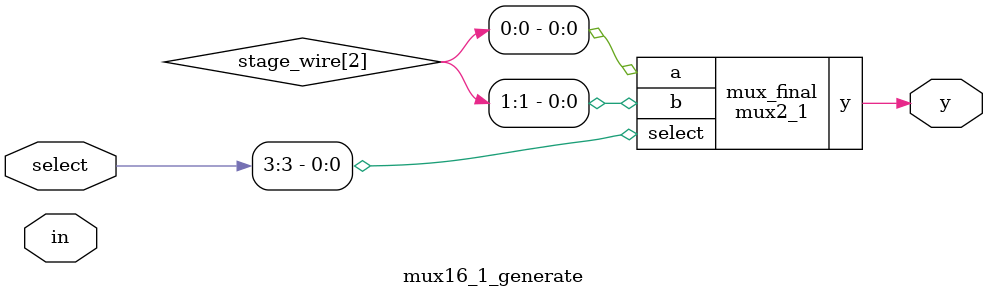
<source format=v>

module mux2_1(

    input a, b , select ,
    output y

);

assign y = select ? b :a ;

endmodule

module mux16_1_generate(

    input [15:0]in,
    input [3:0]select,
    output y

);

wire [15:0] stage_wire [3:0]; //instance for 4 level
genvar i ;

//first level
//8 mux2to1

generate
    for( i=0 ; i<8 ; i = i+1 )begin : stage1
        mux2_1 mux_inst(

        .a(in[2*i]),
        .b(in[2*i+1]),
        .select(select[0]),
        .y(stage_wire[0][i])

        );
        
    end
endgenerate

//second level
//4 mux2to1

generate
    for( i=0 ; i<4 ; i=i+1 )begin:stage2
        mux2_1 mux_inst(

        .a(stage_wire[0][2*i]),
        .b(stage_wire[0][2*i+1]),
        .select(select[1]),
        .y(stage_wire[1][i])

        );

    end

endgenerate

//third level
//1 mux2to1

mux2_1 mux_final(

.a(stage_wire[2][0]),
.b(stage_wire[2][1]),
.select(select[3]),
.y(y)

);

endmodule
</source>
